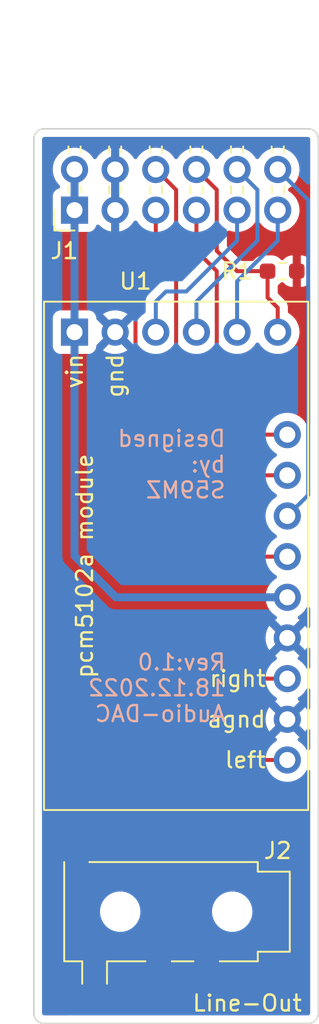
<source format=kicad_pcb>
(kicad_pcb (version 20211014) (generator pcbnew)
  (layers (0 "F.Cu" signal) (31 "B.Cu" signal) (34 "B.Paste" user) (35 "F.Paste" user) (36 "B.SilkS" user "B.Silkscreen") (37 "F.SilkS" user "F.Silkscreen") (38 "B.Mask" user) (39 "F.Mask" user) (44 "Edge.Cuts" user))
  (net 0 "")
  (net 1 "+3V3")
  (net 2 "GND")
  (net 3 "/fmt")
  (net 4 "/demp")
  (net 5 "/flt")
  (net 6 "/sck")
  (net 7 "/lrck")
  (net 8 "/din")
  (net 9 "/bck")
  (net 10 "/xsmt")
  (net 11 "Net-(J2-PadR1)")
  (net 13 "Net-(J2-PadT)")
  (footprint "Connector_Audio:Jack_3.5mm_PJ320D_Horizontal" (layer "F.Cu") (at 127 107.315 180)
    (fp_text reference "J2" (at -7.62 3.81) (layer "F.SilkS"))
    (fp_text value "AudioJack4")
    (fp_line (start -2.35 -3.1) (end -1 -3.1) (layer "F.SilkS") (width 0.12))
    (fp_line (start 4.15 3.1) (end -6.375 3.1) (layer "F.SilkS") (width 0.12))
    (fp_line (start -8.375 -2.5) (end -8.375 2.5) (layer "F.SilkS") (width 0.12))
    (fp_line (start -6.375 -2.5) (end -8.375 -2.5) (layer "F.SilkS") (width 0.12))
    (fp_line (start 4.6 -3.1) (end 4.6 -4.5) (layer "F.SilkS") (width 0.12))
    (fp_line (start 4.6 -3.1) (end 5.725 -3.1) (layer "F.SilkS") (width 0.12))
    (fp_line (start 3.05 -3.1) (end 3.05 -4.5) (layer "F.SilkS") (width 0.12))
    (fp_line (start -6.375 -3.1) (end -6.375 -2.5) (layer "F.SilkS") (width 0.12))
    (fp_line (start -6.375 2.5) (end -8.375 2.5) (layer "F.SilkS") (width 0.12))
    (fp_line (start 5.725 3.1) (end 5.725 -3.1) (layer "F.SilkS") (width 0.12))
    (fp_line (start -6.375 -3.1) (end -4 -3.1) (layer "F.SilkS") (width 0.12))
    (fp_line (start 0.65 -3.1) (end 3.05 -3.1) (layer "F.SilkS") (width 0.12))
    (fp_line (start -6.375 2.5) (end -6.375 3.1) (layer "F.SilkS") (width 0.12))
    (pad "" np_thru_hole circle (at -4.775 0 180) (size 1.5 1.5) (drill 1.5) (layers *.Cu *.Mask))
    (pad "" np_thru_hole circle (at 2.225 0 180) (size 1.5 1.5) (drill 1.5) (layers *.Cu *.Mask))
    (pad "R1" smd rect (at -0.175 -3.25 180) (size 1.2 2.5) (layers "F.Cu" "F.Paste" "F.Mask") (net 11 "Net-(J2-PadR1)"))
    (pad "R2" smd rect (at -3.175 -3.25 180) (size 1.2 2.5) (layers "F.Cu" "F.Paste" "F.Mask"))
    (pad "S" smd rect (at 4.925 3.25 180) (size 1.2 2.5) (layers "F.Cu" "F.Paste" "F.Mask") (net 2 "GND"))
    (pad "T" smd rect (at 3.825 -3.25 180) (size 1.2 2.5) (layers "F.Cu" "F.Paste" "F.Mask") (net 13 "Net-(J2-PadT)"))
  )
  (footprint "pcm:PinHeader_2x06_P2.54mm_Horizontal" (layer "F.Cu") (at 121.92 63.5 90)
    (fp_text reference "J1" (at -2.54 -0.635) (layer "F.SilkS"))
    (fp_text value "pmod")
    (fp_line (start 3.582929 7.24) (end 3.98 7.24) (layer "F.SilkS") (width 0.12))
    (fp_line (start 1.042929 5.46) (end 1.497071 5.46) (layer "F.SilkS") (width 0.12))
    (fp_line (start 3.582929 2.16) (end 3.98 2.16) (layer "F.SilkS") (width 0.12))
    (fp_line (start 3.582929 10.54) (end 3.98 10.54) (layer "F.SilkS") (width 0.12))
    (fp_line (start 1.042929 4.7) (end 1.497071 4.7) (layer "F.SilkS") (width 0.12))
    (fp_line (start 1.042929 8) (end 1.497071 8) (layer "F.SilkS") (width 0.12))
    (fp_line (start 3.582929 8) (end 3.98 8) (layer "F.SilkS") (width 0.12))
    (fp_line (start 3.582929 12.32) (end 3.98 12.32) (layer "F.SilkS") (width 0.12))
    (fp_line (start 1.11 -0.38) (end 1.497071 -0.38) (layer "F.SilkS") (width 0.12))
    (fp_line (start 3.582929 -0.38) (end 3.98 -0.38) (layer "F.SilkS") (width 0.12))
    (fp_line (start 3.582929 4.7) (end 3.98 4.7) (layer "F.SilkS") (width 0.12))
    (fp_line (start -1.27 -1.27) (end 0 -1.27) (layer "F.SilkS") (width 0.12))
    (fp_line (start 1.042929 13.08) (end 1.497071 13.08) (layer "F.SilkS") (width 0.12))
    (fp_line (start 1.042929 12.32) (end 1.497071 12.32) (layer "F.SilkS") (width 0.12))
    (fp_line (start 1.042929 2.16) (end 1.497071 2.16) (layer "F.SilkS") (width 0.12))
    (fp_line (start -1.27 0) (end -1.27 -1.27) (layer "F.SilkS") (width 0.12))
    (fp_line (start 3.582929 2.92) (end 3.98 2.92) (layer "F.SilkS") (width 0.12))
    (fp_line (start 3.582929 5.46) (end 3.98 5.46) (layer "F.SilkS") (width 0.12))
    (fp_line (start 1.042929 7.24) (end 1.497071 7.24) (layer "F.SilkS") (width 0.12))
    (fp_line (start 3.582929 9.78) (end 3.98 9.78) (layer "F.SilkS") (width 0.12))
    (fp_line (start 1.042929 9.78) (end 1.497071 9.78) (layer "F.SilkS") (width 0.12))
    (fp_line (start 3.582929 13.08) (end 3.98 13.08) (layer "F.SilkS") (width 0.12))
    (fp_line (start 1.042929 10.54) (end 1.497071 10.54) (layer "F.SilkS") (width 0.12))
    (fp_line (start 3.582929 0.38) (end 3.98 0.38) (layer "F.SilkS") (width 0.12))
    (fp_line (start 1.042929 2.92) (end 1.497071 2.92) (layer "F.SilkS") (width 0.12))
    (fp_line (start 1.11 0.38) (end 1.497071 0.38) (layer "F.SilkS") (width 0.12))
    (pad "1" thru_hole rect (at 0 0 90) (size 1.7 1.7) (drill 1) (layers *.Cu *.Mask) (net 1 "+3V3"))
    (pad "2" thru_hole oval (at 2.54 0 90) (size 1.7 1.7) (drill 1) (layers *.Cu *.Mask) (net 1 "+3V3"))
    (pad "3" thru_hole oval (at 0 2.54 90) (size 1.7 1.7) (drill 1) (layers *.Cu *.Mask) (net 2 "GND"))
    (pad "4" thru_hole oval (at 2.54 2.54 90) (size 1.7 1.7) (drill 1) (layers *.Cu *.Mask) (net 2 "GND"))
    (pad "5" thru_hole oval (at 0 5.08 90) (size 1.7 1.7) (drill 1) (layers *.Cu *.Mask) (net 3 "/fmt"))
    (pad "6" thru_hole oval (at 2.54 5.08 90) (size 1.7 1.7) (drill 1) (layers *.Cu *.Mask) (net 4 "/demp"))
    (pad "7" thru_hole oval (at 0 7.62 90) (size 1.7 1.7) (drill 1) (layers *.Cu *.Mask) (net 5 "/flt"))
    (pad "8" thru_hole oval (at 2.54 7.62 90) (size 1.7 1.7) (drill 1) (layers *.Cu *.Mask) (net 6 "/sck"))
    (pad "9" thru_hole oval (at 0 10.16 90) (size 1.7 1.7) (drill 1) (layers *.Cu *.Mask) (net 7 "/lrck"))
    (pad "10" thru_hole oval (at 2.54 10.16 90) (size 1.7 1.7) (drill 1) (layers *.Cu *.Mask) (net 8 "/din"))
    (pad "11" thru_hole oval (at 0 12.7 90) (size 1.7 1.7) (drill 1) (layers *.Cu *.Mask) (net 9 "/bck"))
    (pad "12" thru_hole oval (at 2.54 12.7 90) (size 1.7 1.7) (drill 1) (layers *.Cu *.Mask) (net 10 "/xsmt"))
  )
  (footprint "Resistor_SMD:R_0603_1608Metric_Pad0.98x0.95mm_HandSolder" (layer "F.Cu") (at 134.8975 67.31)
    (fp_text reference "R1" (at -2.8175 0) (layer "F.SilkS"))
    (fp_text value "4k7")
    (fp_line (start -0.254724 -0.5225) (end 0.254724 -0.5225) (layer "F.SilkS") (width 0.12))
    (fp_line (start -0.254724 0.5225) (end 0.254724 0.5225) (layer "F.SilkS") (width 0.12))
    (pad "1" smd roundrect (at -0.9125 0) (size 0.975 0.95) (layers "F.Cu" "F.Paste" "F.Mask") (net 6 "/sck"))
    (pad "2" smd roundrect (at 0.9125 0) (size 0.975 0.95) (layers "F.Cu" "F.Paste" "F.Mask") (net 2 "GND"))
  )
  (footprint "pcm:pcm5102m" (layer "F.Cu") (at 121.92 71.12)
    (fp_text reference "U1" (at 3.81 -3.175 unlocked) (layer "F.SilkS"))
    (fp_text value "pcm5102m")
    (fp_text user "agnd" (at 12.03 24.18 unlocked) (layer "F.SilkS") (effects (justify right)))
    (fp_text user "vin" (at 0 1.27 90 unlocked) (layer "F.SilkS") (effects (justify right)))
    (fp_text user "right" (at 12.03 21.64 unlocked) (layer "F.SilkS") (effects (justify right)))
    (fp_text user "pcm5102a module" (at 0.635 14.605 90 unlocked) (layer "F.SilkS"))
    (fp_text user "left" (at 12.03 26.72 unlocked) (layer "F.SilkS") (effects (justify right)))
    (fp_text user "gnd" (at 2.54 1.27 90 unlocked) (layer "F.SilkS") (effects (justify right)))
    (fp_rect (start -1.905 -1.905) (end 14.605 29.845) (layer "F.SilkS") (width 0.12) (fill none))
    (pad "1" thru_hole rect (at 0 0) (size 1.7 1.7) (drill 1) (layers *.Cu *.Mask) (net 1 "+3V3"))
    (pad "2" thru_hole circle (at 2.54 0) (size 1.7 1.7) (drill 1) (layers *.Cu *.Mask) (net 2 "GND"))
    (pad "3" thru_hole circle (at 5.08 0) (size 1.7 1.7) (drill 1) (layers *.Cu *.Mask) (net 7 "/lrck"))
    (pad "4" thru_hole circle (at 7.62 0) (size 1.7 1.7) (drill 1) (layers *.Cu *.Mask) (net 8 "/din"))
    (pad "5" thru_hole circle (at 10.16 0) (size 1.7 1.7) (drill 1) (layers *.Cu *.Mask) (net 9 "/bck"))
    (pad "6" thru_hole circle (at 12.7 0) (size 1.7 1.7) (drill 1) (layers *.Cu *.Mask) (net 6 "/sck"))
    (pad "7" thru_hole circle (at 13.3 6.4) (size 1.7 1.7) (drill 1) (layers *.Cu *.Mask) (net 5 "/flt"))
    (pad "8" thru_hole circle (at 13.3 8.94) (size 1.7 1.7) (drill 1) (layers *.Cu *.Mask) (net 4 "/demp"))
    (pad "9" thru_hole circle (at 13.3 11.48) (size 1.7 1.7) (drill 1) (layers *.Cu *.Mask) (net 10 "/xsmt"))
    (pad "10" thru_hole circle (at 13.3 14.02) (size 1.7 1.7) (drill 1) (layers *.Cu *.Mask) (net 3 "/fmt"))
    (pad "11" thru_hole circle (at 13.3 16.56) (size 1.7 1.7) (drill 1) (layers *.Cu *.Mask) (net 1 "+3V3"))
    (pad "12" thru_hole circle (at 13.3 19.1) (size 1.7 1.7) (drill 1) (layers *.Cu *.Mask) (net 2 "GND"))
    (pad "13" thru_hole circle (at 13.3 21.64) (size 1.7 1.7) (drill 1) (layers *.Cu *.Mask) (net 11 "Net-(J2-PadR1)"))
    (pad "14" thru_hole circle (at 13.3 24.18) (size 1.7 1.7) (drill 1) (layers *.Cu *.Mask) (net 2 "GND"))
    (pad "15" thru_hole circle (at 13.3 26.72) (size 1.7 1.7) (drill 1) (layers *.Cu *.Mask) (net 13 "Net-(J2-PadT)"))
  )
  (gr_line (start 119.38 59.055) (end 119.38 113.665) (layer "Edge.Cuts") (width 0.1))
  (gr_arc (start 137.16 113.665) (mid 136.974013 114.114013) (end 136.525 114.3) (layer "Edge.Cuts") (width 0.1))
  (gr_arc (start 136.525 58.42) (mid 136.974013 58.605987) (end 137.16 59.055) (layer "Edge.Cuts") (width 0.1))
  (gr_arc (start 120.015 114.3) (mid 119.565987 114.114013) (end 119.38 113.665) (layer "Edge.Cuts") (width 0.1))
  (gr_line (start 137.16 113.665) (end 137.16 59.055) (layer "Edge.Cuts") (width 0.1))
  (gr_line (start 136.525 58.42) (end 120.015 58.42) (layer "Edge.Cuts") (width 0.1))
  (gr_line (start 120.015 114.3) (end 136.525 114.3) (layer "Edge.Cuts") (width 0.1))
  (gr_arc (start 119.38 59.055) (mid 119.565987 58.605987) (end 120.015 58.42) (layer "Edge.Cuts") (width 0.1))
  (gr_text "Designed\nby:\nS59MZ" (at 131.445 79.375) (layer "B.SilkS") (effects (font (size 1 1)) (justify left mirror)))
  (gr_text "Rev:1.0\n18.12.2022\nAudio-DAC" (at 131.445 93.345) (layer "B.SilkS") (effects (font (size 1 1)) (justify left mirror)))
  (gr_text "Line-Out" (at 132.715 113.03) (layer "F.SilkS") (effects (font (size 1 1))))
  (segment (start 121.92 60.96) (end 121.92 63.5) (width 0.5) (layer "B.Cu") (net 1))
  (segment (start 121.92 71.12) (end 121.92 85.09) (width 0.5) (layer "B.Cu") (net 1))
  (segment (start 121.92 85.09) (end 124.51 87.68) (width 0.5) (layer "B.Cu") (net 1))
  (segment (start 121.92 63.5) (end 121.92 71.12) (width 0.5) (layer "B.Cu") (net 1))
  (segment (start 124.51 87.68) (end 135.22 87.68) (width 0.5) (layer "B.Cu") (net 1))
  (segment (start 127.685 85.14) (end 135.22 85.14) (width 0.25) (layer "F.Cu") (net 3))
  (segment (start 125.73 83.185) (end 127.685 85.14) (width 0.25) (layer "F.Cu") (net 3))
  (segment (start 127 63.5) (end 127 66.04) (width 0.25) (layer "F.Cu") (net 3))
  (segment (start 127 66.04) (end 125.73 67.31) (width 0.25) (layer "F.Cu") (net 3))
  (segment (start 125.73 67.31) (end 125.73 83.185) (width 0.25) (layer "F.Cu") (net 3))
  (segment (start 128.27 78.105) (end 130.225 80.06) (width 0.25) (layer "F.Cu") (net 4))
  (segment (start 130.225 80.06) (end 135.22 80.06) (width 0.25) (layer "F.Cu") (net 4))
  (segment (start 128.27 62.23) (end 128.27 78.105) (width 0.25) (layer "F.Cu") (net 4))
  (segment (start 127 60.96) (end 128.27 62.23) (width 0.25) (layer "F.Cu") (net 4))
  (segment (start 130.81 76.2) (end 132.13 77.52) (width 0.25) (layer "F.Cu") (net 5))
  (segment (start 129.54 63.5) (end 129.54 66.04) (width 0.25) (layer "F.Cu") (net 5))
  (segment (start 130.81 67.31) (end 130.81 76.2) (width 0.25) (layer "F.Cu") (net 5))
  (segment (start 129.54 66.04) (end 130.81 67.31) (width 0.25) (layer "F.Cu") (net 5))
  (segment (start 132.13 77.52) (end 135.22 77.52) (width 0.25) (layer "F.Cu") (net 5))
  (segment (start 130.81 62.23) (end 130.81 66.04) (width 0.25) (layer "F.Cu") (net 6))
  (segment (start 129.54 60.96) (end 130.81 62.23) (width 0.25) (layer "F.Cu") (net 6))
  (segment (start 134.62 71.12) (end 134.62 69.596) (width 0.25) (layer "F.Cu") (net 6))
  (segment (start 134.62 69.596) (end 133.985 68.961) (width 0.25) (layer "F.Cu") (net 6))
  (segment (start 130.81 66.04) (end 132.08 67.31) (width 0.25) (layer "F.Cu") (net 6))
  (segment (start 133.985 68.961) (end 133.985 67.31) (width 0.25) (layer "F.Cu") (net 6))
  (segment (start 132.08 67.31) (end 133.985 67.31) (width 0.25) (layer "F.Cu") (net 6))
  (segment (start 132.08 63.5) (end 132.08 65.405) (width 0.25) (layer "B.Cu") (net 7))
  (segment (start 132.08 65.405) (end 128.905 68.58) (width 0.25) (layer "B.Cu") (net 7))
  (segment (start 128.905 68.58) (end 127.635 68.58) (width 0.25) (layer "B.Cu") (net 7))
  (segment (start 127 69.215) (end 127 71.12) (width 0.25) (layer "B.Cu") (net 7))
  (segment (start 127.635 68.58) (end 127 69.215) (width 0.25) (layer "B.Cu") (net 7))
  (segment (start 132.08 60.96) (end 133.35 62.23) (width 0.25) (layer "B.Cu") (net 8))
  (segment (start 133.35 62.23) (end 133.35 65.405) (width 0.25) (layer "B.Cu") (net 8))
  (segment (start 129.54 69.215) (end 129.54 71.12) (width 0.25) (layer "B.Cu") (net 8))
  (segment (start 133.35 65.405) (end 129.54 69.215) (width 0.25) (layer "B.Cu") (net 8))
  (segment (start 132.08 67.945) (end 132.08 71.12) (width 0.25) (layer "B.Cu") (net 9))
  (segment (start 134.62 63.5) (end 134.62 65.405) (width 0.25) (layer "B.Cu") (net 9))
  (segment (start 134.62 65.405) (end 132.08 67.945) (width 0.25) (layer "B.Cu") (net 9))
  (segment (start 136.525 62.865) (end 136.525 81.295) (width 0.25) (layer "B.Cu") (net 10))
  (segment (start 134.62 60.96) (end 136.525 62.865) (width 0.25) (layer "B.Cu") (net 10))
  (segment (start 136.525 81.295) (end 135.22 82.6) (width 0.25) (layer "B.Cu") (net 10))
  (segment (start 127.175 110.565) (end 127.175 112.22) (width 0.25) (layer "F.Cu") (net 11))
  (segment (start 121.158 112.268) (end 121.158 105.648) (width 0.25) (layer "F.Cu") (net 11))
  (segment (start 126.365 113.03) (end 121.92 113.03) (width 0.25) (layer "F.Cu") (net 11))
  (segment (start 127.175 112.22) (end 126.365 113.03) (width 0.25) (layer "F.Cu") (net 11))
  (segment (start 121.15 105.64) (end 121.15 94.75) (width 0.25) (layer "F.Cu") (net 11))
  (segment (start 121.158 105.648) (end 121.15 105.64) (width 0.25) (layer "F.Cu") (net 11))
  (segment (start 121.92 113.03) (end 121.158 112.268) (width 0.25) (layer "F.Cu") (net 11))
  (segment (start 123.14 92.76) (end 135.22 92.76) (width 0.25) (layer "F.Cu") (net 11))
  (segment (start 121.15 94.75) (end 123.14 92.76) (width 0.25) (layer "F.Cu") (net 11))
  (segment (start 124.46 105.41) (end 124.46 99.695) (width 0.25) (layer "F.Cu") (net 13))
  (segment (start 123.175 106.695) (end 124.46 105.41) (width 0.25) (layer "F.Cu") (net 13))
  (segment (start 124.46 99.695) (end 126.315 97.84) (width 0.25) (layer "F.Cu") (net 13))
  (segment (start 123.175 110.565) (end 123.175 106.695) (width 0.25) (layer "F.Cu") (net 13))
  (segment (start 126.315 97.84) (end 135.22 97.84) (width 0.25) (layer "F.Cu") (net 13))
  (zone (net 2) (net_name "GND") (layers F&B.Cu) (connect_pads (clearance 0.508)) (min_thickness 0.254) (fill yes (thermal_gap 0.508) (thermal_bridge_width 0.508))
    (polygon (pts (xy 137.16 114.3) (xy 119.38 114.3) (xy 119.38 58.42) (xy 137.16 58.42)))
  )
)
</source>
